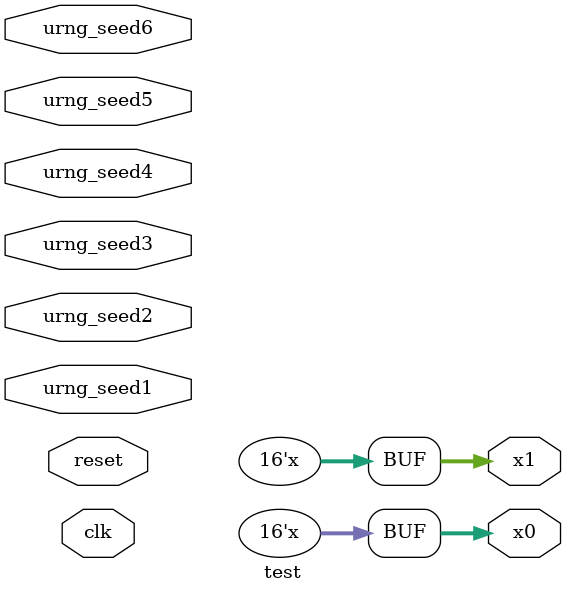
<source format=v>
`timescale 1ns/1ps
module test(clk, reset,urng_seed1,urng_seed2,urng_seed3,urng_seed4,urng_seed5,urng_seed6,x0,x1);
input clk,reset;
input [31:0] urng_seed1,urng_seed2,urng_seed3,urng_seed4,urng_seed5,urng_seed6;

output [15:0] x0,x1;
reg [15:0] x0,x1;


reg [32:0] temp0,temp1;

wire [31:0] a,b;
wire [15:0] g0,g1;
wire [30:0] e;
wire [16:0] f;


URNG URNG1(clk,reset,urng_seed1,urng_seed2,urng_seed3,a);				//Tausworth's URNG's
URNG URNG2(clk,reset,urng_seed4,urng_seed5,urng_seed6,b);

Sin_Cos Sin_Cos_function(a[15:0],g0,g1);	//Sin/Cos unit


Log Log_function({b[31:0],a[31:16]},e);		//Log unit


Sqrt Sqrt_function(e,f);			//Square Root unit


always@(clk or temp0 or temp1)
begin
	temp0 <= g0*f;
	temp1 <= g1*f;
	x0 <= temp0[32:17];		//Final output of AWGN x0
	x1 <= temp1[32:17];		//Final output of AWGN x1
end

endmodule

</source>
